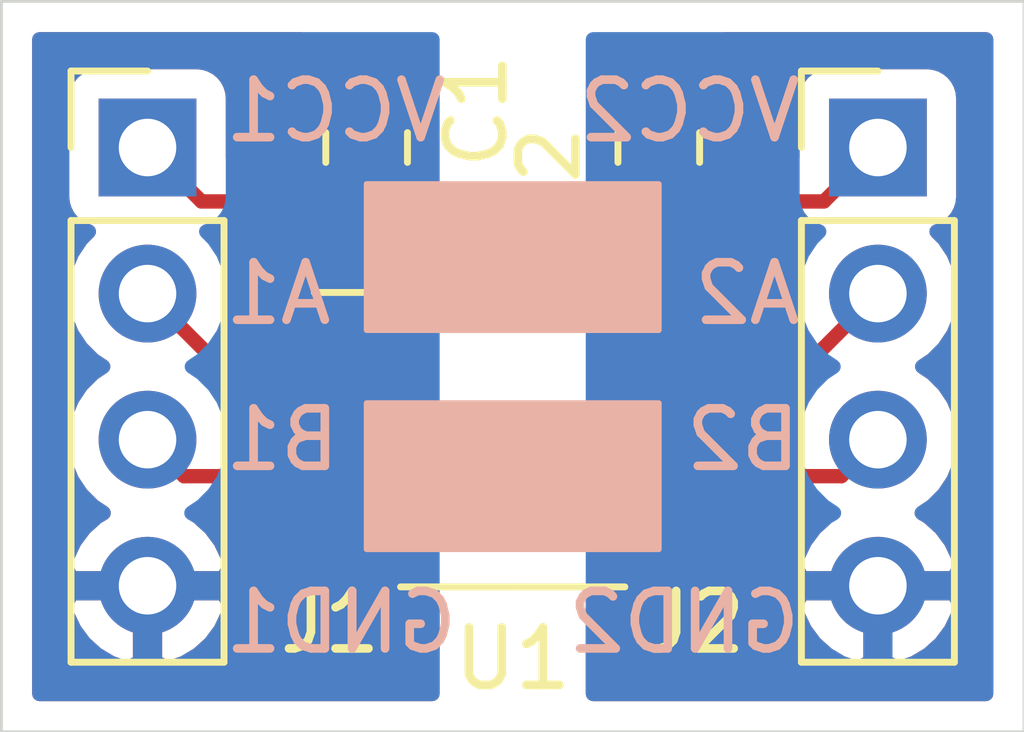
<source format=kicad_pcb>
(kicad_pcb (version 20171130) (host pcbnew 5.1.6-1.fc32)

  (general
    (thickness 1.6)
    (drawings 14)
    (tracks 24)
    (zones 0)
    (modules 5)
    (nets 9)
  )

  (page A4)
  (layers
    (0 F.Cu signal)
    (31 B.Cu signal)
    (32 B.Adhes user)
    (33 F.Adhes user)
    (34 B.Paste user)
    (35 F.Paste user)
    (36 B.SilkS user)
    (37 F.SilkS user)
    (38 B.Mask user)
    (39 F.Mask user)
    (40 Dwgs.User user)
    (41 Cmts.User user)
    (42 Eco1.User user)
    (43 Eco2.User user)
    (44 Edge.Cuts user)
    (45 Margin user)
    (46 B.CrtYd user)
    (47 F.CrtYd user)
    (48 B.Fab user)
    (49 F.Fab user hide)
  )

  (setup
    (last_trace_width 0.25)
    (trace_clearance 0.2)
    (zone_clearance 0.508)
    (zone_45_only no)
    (trace_min 0.2)
    (via_size 0.8)
    (via_drill 0.4)
    (via_min_size 0.4)
    (via_min_drill 0.3)
    (uvia_size 0.3)
    (uvia_drill 0.1)
    (uvias_allowed no)
    (uvia_min_size 0.2)
    (uvia_min_drill 0.1)
    (edge_width 0.05)
    (segment_width 0.2)
    (pcb_text_width 0.3)
    (pcb_text_size 1.5 1.5)
    (mod_edge_width 0.12)
    (mod_text_size 1 1)
    (mod_text_width 0.15)
    (pad_size 1.524 1.524)
    (pad_drill 0.762)
    (pad_to_mask_clearance 0.05)
    (aux_axis_origin 0 0)
    (visible_elements FFFFFF7F)
    (pcbplotparams
      (layerselection 0x010f0_ffffffff)
      (usegerberextensions false)
      (usegerberattributes true)
      (usegerberadvancedattributes true)
      (creategerberjobfile true)
      (excludeedgelayer true)
      (linewidth 0.100000)
      (plotframeref false)
      (viasonmask true)
      (mode 1)
      (useauxorigin false)
      (hpglpennumber 1)
      (hpglpenspeed 20)
      (hpglpendiameter 15.000000)
      (psnegative false)
      (psa4output false)
      (plotreference true)
      (plotvalue false)
      (plotinvisibletext false)
      (padsonsilk false)
      (subtractmaskfromsilk false)
      (outputformat 1)
      (mirror false)
      (drillshape 0)
      (scaleselection 1)
      (outputdirectory "../serial-isolator-grb/"))
  )

  (net 0 "")
  (net 1 GND1)
  (net 2 GND2)
  (net 3 "Net-(J1-Pad2)")
  (net 4 "Net-(J1-Pad3)")
  (net 5 "Net-(J2-Pad3)")
  (net 6 "Net-(J2-Pad2)")
  (net 7 VCC)
  (net 8 VSS)

  (net_class Default "This is the default net class."
    (clearance 0.2)
    (trace_width 0.25)
    (via_dia 0.8)
    (via_drill 0.4)
    (uvia_dia 0.3)
    (uvia_drill 0.1)
    (add_net GND1)
    (add_net GND2)
    (add_net "Net-(J1-Pad2)")
    (add_net "Net-(J1-Pad3)")
    (add_net "Net-(J2-Pad2)")
    (add_net "Net-(J2-Pad3)")
    (add_net VCC)
    (add_net VSS)
  )

  (module Connector_PinHeader_2.54mm:PinHeader_1x04_P2.54mm_Vertical (layer F.Cu) (tedit 59FED5CC) (tstamp 5F5C2504)
    (at 52.07 54.61)
    (descr "Through hole straight pin header, 1x04, 2.54mm pitch, single row")
    (tags "Through hole pin header THT 1x04 2.54mm single row")
    (path /5F5C69D9)
    (fp_text reference J2 (at -3.175 8.255) (layer F.SilkS)
      (effects (font (size 1 1) (thickness 0.15)))
    )
    (fp_text value Conn_01x04_Male (at 0 9.95) (layer F.Fab)
      (effects (font (size 1 1) (thickness 0.15)))
    )
    (fp_line (start 1.8 -1.8) (end -1.8 -1.8) (layer F.CrtYd) (width 0.05))
    (fp_line (start 1.8 9.4) (end 1.8 -1.8) (layer F.CrtYd) (width 0.05))
    (fp_line (start -1.8 9.4) (end 1.8 9.4) (layer F.CrtYd) (width 0.05))
    (fp_line (start -1.8 -1.8) (end -1.8 9.4) (layer F.CrtYd) (width 0.05))
    (fp_line (start -1.33 -1.33) (end 0 -1.33) (layer F.SilkS) (width 0.12))
    (fp_line (start -1.33 0) (end -1.33 -1.33) (layer F.SilkS) (width 0.12))
    (fp_line (start -1.33 1.27) (end 1.33 1.27) (layer F.SilkS) (width 0.12))
    (fp_line (start 1.33 1.27) (end 1.33 8.95) (layer F.SilkS) (width 0.12))
    (fp_line (start -1.33 1.27) (end -1.33 8.95) (layer F.SilkS) (width 0.12))
    (fp_line (start -1.33 8.95) (end 1.33 8.95) (layer F.SilkS) (width 0.12))
    (fp_line (start -1.27 -0.635) (end -0.635 -1.27) (layer F.Fab) (width 0.1))
    (fp_line (start -1.27 8.89) (end -1.27 -0.635) (layer F.Fab) (width 0.1))
    (fp_line (start 1.27 8.89) (end -1.27 8.89) (layer F.Fab) (width 0.1))
    (fp_line (start 1.27 -1.27) (end 1.27 8.89) (layer F.Fab) (width 0.1))
    (fp_line (start -0.635 -1.27) (end 1.27 -1.27) (layer F.Fab) (width 0.1))
    (fp_text user %R (at 0 3.81 90) (layer F.Fab)
      (effects (font (size 1 1) (thickness 0.15)))
    )
    (pad 4 thru_hole oval (at 0 7.62) (size 1.7 1.7) (drill 1) (layers *.Cu *.Mask)
      (net 2 GND2))
    (pad 3 thru_hole oval (at 0 5.08) (size 1.7 1.7) (drill 1) (layers *.Cu *.Mask)
      (net 5 "Net-(J2-Pad3)"))
    (pad 2 thru_hole oval (at 0 2.54) (size 1.7 1.7) (drill 1) (layers *.Cu *.Mask)
      (net 6 "Net-(J2-Pad2)"))
    (pad 1 thru_hole rect (at 0 0) (size 1.7 1.7) (drill 1) (layers *.Cu *.Mask)
      (net 8 VSS))
    (model ${KISYS3DMOD}/Connector_PinHeader_2.54mm.3dshapes/PinHeader_1x04_P2.54mm_Vertical.wrl
      (at (xyz 0 0 0))
      (scale (xyz 1 1 1))
      (rotate (xyz 0 0 0))
    )
  )

  (module Connector_PinHeader_2.54mm:PinHeader_1x04_P2.54mm_Vertical (layer F.Cu) (tedit 59FED5CC) (tstamp 5F5BC7AB)
    (at 39.37 54.61)
    (descr "Through hole straight pin header, 1x04, 2.54mm pitch, single row")
    (tags "Through hole pin header THT 1x04 2.54mm single row")
    (path /5F5C5989)
    (fp_text reference J1 (at 3.175 8.255) (layer F.SilkS)
      (effects (font (size 1 1) (thickness 0.15)))
    )
    (fp_text value Conn_01x04_Male (at 0 9.95) (layer F.Fab)
      (effects (font (size 1 1) (thickness 0.15)))
    )
    (fp_line (start 1.8 -1.8) (end -1.8 -1.8) (layer F.CrtYd) (width 0.05))
    (fp_line (start 1.8 9.4) (end 1.8 -1.8) (layer F.CrtYd) (width 0.05))
    (fp_line (start -1.8 9.4) (end 1.8 9.4) (layer F.CrtYd) (width 0.05))
    (fp_line (start -1.8 -1.8) (end -1.8 9.4) (layer F.CrtYd) (width 0.05))
    (fp_line (start -1.33 -1.33) (end 0 -1.33) (layer F.SilkS) (width 0.12))
    (fp_line (start -1.33 0) (end -1.33 -1.33) (layer F.SilkS) (width 0.12))
    (fp_line (start -1.33 1.27) (end 1.33 1.27) (layer F.SilkS) (width 0.12))
    (fp_line (start 1.33 1.27) (end 1.33 8.95) (layer F.SilkS) (width 0.12))
    (fp_line (start -1.33 1.27) (end -1.33 8.95) (layer F.SilkS) (width 0.12))
    (fp_line (start -1.33 8.95) (end 1.33 8.95) (layer F.SilkS) (width 0.12))
    (fp_line (start -1.27 -0.635) (end -0.635 -1.27) (layer F.Fab) (width 0.1))
    (fp_line (start -1.27 8.89) (end -1.27 -0.635) (layer F.Fab) (width 0.1))
    (fp_line (start 1.27 8.89) (end -1.27 8.89) (layer F.Fab) (width 0.1))
    (fp_line (start 1.27 -1.27) (end 1.27 8.89) (layer F.Fab) (width 0.1))
    (fp_line (start -0.635 -1.27) (end 1.27 -1.27) (layer F.Fab) (width 0.1))
    (fp_text user %R (at 0 3.81 90) (layer F.Fab)
      (effects (font (size 1 1) (thickness 0.15)))
    )
    (pad 4 thru_hole oval (at 0 7.62) (size 1.7 1.7) (drill 1) (layers *.Cu *.Mask)
      (net 1 GND1))
    (pad 3 thru_hole oval (at 0 5.08) (size 1.7 1.7) (drill 1) (layers *.Cu *.Mask)
      (net 4 "Net-(J1-Pad3)"))
    (pad 2 thru_hole oval (at 0 2.54) (size 1.7 1.7) (drill 1) (layers *.Cu *.Mask)
      (net 3 "Net-(J1-Pad2)"))
    (pad 1 thru_hole rect (at 0 0) (size 1.7 1.7) (drill 1) (layers *.Cu *.Mask)
      (net 7 VCC))
    (model ${KISYS3DMOD}/Connector_PinHeader_2.54mm.3dshapes/PinHeader_1x04_P2.54mm_Vertical.wrl
      (at (xyz 0 0 0))
      (scale (xyz 1 1 1))
      (rotate (xyz 0 0 0))
    )
  )

  (module Capacitor_SMD:C_0805_2012Metric (layer F.Cu) (tedit 5B36C52B) (tstamp 5F5CDABE)
    (at 43.18 54.61 270)
    (descr "Capacitor SMD 0805 (2012 Metric), square (rectangular) end terminal, IPC_7351 nominal, (Body size source: https://docs.google.com/spreadsheets/d/1BsfQQcO9C6DZCsRaXUlFlo91Tg2WpOkGARC1WS5S8t0/edit?usp=sharing), generated with kicad-footprint-generator")
    (tags capacitor)
    (path /5F5CA4E8)
    (attr smd)
    (fp_text reference C1 (at -0.635 -1.905 90) (layer F.SilkS)
      (effects (font (size 1 1) (thickness 0.15)))
    )
    (fp_text value 1u (at 0 1.65 90) (layer F.Fab)
      (effects (font (size 1 1) (thickness 0.15)))
    )
    (fp_line (start 1.68 0.95) (end -1.68 0.95) (layer F.CrtYd) (width 0.05))
    (fp_line (start 1.68 -0.95) (end 1.68 0.95) (layer F.CrtYd) (width 0.05))
    (fp_line (start -1.68 -0.95) (end 1.68 -0.95) (layer F.CrtYd) (width 0.05))
    (fp_line (start -1.68 0.95) (end -1.68 -0.95) (layer F.CrtYd) (width 0.05))
    (fp_line (start -0.258578 0.71) (end 0.258578 0.71) (layer F.SilkS) (width 0.12))
    (fp_line (start -0.258578 -0.71) (end 0.258578 -0.71) (layer F.SilkS) (width 0.12))
    (fp_line (start 1 0.6) (end -1 0.6) (layer F.Fab) (width 0.1))
    (fp_line (start 1 -0.6) (end 1 0.6) (layer F.Fab) (width 0.1))
    (fp_line (start -1 -0.6) (end 1 -0.6) (layer F.Fab) (width 0.1))
    (fp_line (start -1 0.6) (end -1 -0.6) (layer F.Fab) (width 0.1))
    (fp_text user %R (at 0 0 90) (layer F.Fab)
      (effects (font (size 0.5 0.5) (thickness 0.08)))
    )
    (pad 1 smd roundrect (at -0.9375 0 270) (size 0.975 1.4) (layers F.Cu F.Paste F.Mask) (roundrect_rratio 0.25)
      (net 1 GND1))
    (pad 2 smd roundrect (at 0.9375 0 270) (size 0.975 1.4) (layers F.Cu F.Paste F.Mask) (roundrect_rratio 0.25)
      (net 7 VCC))
    (model ${KISYS3DMOD}/Capacitor_SMD.3dshapes/C_0805_2012Metric.wrl
      (at (xyz 0 0 0))
      (scale (xyz 1 1 1))
      (rotate (xyz 0 0 0))
    )
  )

  (module Capacitor_SMD:C_0805_2012Metric (layer F.Cu) (tedit 5B36C52B) (tstamp 5F5CD55F)
    (at 48.26 54.61 270)
    (descr "Capacitor SMD 0805 (2012 Metric), square (rectangular) end terminal, IPC_7351 nominal, (Body size source: https://docs.google.com/spreadsheets/d/1BsfQQcO9C6DZCsRaXUlFlo91Tg2WpOkGARC1WS5S8t0/edit?usp=sharing), generated with kicad-footprint-generator")
    (tags capacitor)
    (path /5F5CAAF1)
    (attr smd)
    (fp_text reference C2 (at 0.635 1.905 90) (layer F.SilkS)
      (effects (font (size 1 1) (thickness 0.15)))
    )
    (fp_text value 1u (at 0 1.65 90) (layer F.Fab)
      (effects (font (size 1 1) (thickness 0.15)))
    )
    (fp_line (start -1 0.6) (end -1 -0.6) (layer F.Fab) (width 0.1))
    (fp_line (start -1 -0.6) (end 1 -0.6) (layer F.Fab) (width 0.1))
    (fp_line (start 1 -0.6) (end 1 0.6) (layer F.Fab) (width 0.1))
    (fp_line (start 1 0.6) (end -1 0.6) (layer F.Fab) (width 0.1))
    (fp_line (start -0.258578 -0.71) (end 0.258578 -0.71) (layer F.SilkS) (width 0.12))
    (fp_line (start -0.258578 0.71) (end 0.258578 0.71) (layer F.SilkS) (width 0.12))
    (fp_line (start -1.68 0.95) (end -1.68 -0.95) (layer F.CrtYd) (width 0.05))
    (fp_line (start -1.68 -0.95) (end 1.68 -0.95) (layer F.CrtYd) (width 0.05))
    (fp_line (start 1.68 -0.95) (end 1.68 0.95) (layer F.CrtYd) (width 0.05))
    (fp_line (start 1.68 0.95) (end -1.68 0.95) (layer F.CrtYd) (width 0.05))
    (fp_text user %R (at 0 0 90) (layer F.Fab)
      (effects (font (size 0.5 0.5) (thickness 0.08)))
    )
    (pad 2 smd roundrect (at 0.9375 0 270) (size 0.975 1.4) (layers F.Cu F.Paste F.Mask) (roundrect_rratio 0.25)
      (net 8 VSS))
    (pad 1 smd roundrect (at -0.9375 0 270) (size 0.975 1.4) (layers F.Cu F.Paste F.Mask) (roundrect_rratio 0.25)
      (net 2 GND2))
    (model ${KISYS3DMOD}/Capacitor_SMD.3dshapes/C_0805_2012Metric.wrl
      (at (xyz 0 0 0))
      (scale (xyz 1 1 1))
      (rotate (xyz 0 0 0))
    )
  )

  (module Package_SO:SOIC-8_3.9x4.9mm_P1.27mm (layer F.Cu) (tedit 5D9F72B1) (tstamp 5F5CD61D)
    (at 45.72 59.69)
    (descr "SOIC, 8 Pin (JEDEC MS-012AA, https://www.analog.com/media/en/package-pcb-resources/package/pkg_pdf/soic_narrow-r/r_8.pdf), generated with kicad-footprint-generator ipc_gullwing_generator.py")
    (tags "SOIC SO")
    (path /5F5C0A6B)
    (attr smd)
    (fp_text reference U1 (at 0 3.81) (layer F.SilkS)
      (effects (font (size 1 1) (thickness 0.15)))
    )
    (fp_text value MAX12930 (at 0 3.4) (layer F.Fab)
      (effects (font (size 1 1) (thickness 0.15)))
    )
    (fp_line (start 3.7 -2.7) (end -3.7 -2.7) (layer F.CrtYd) (width 0.05))
    (fp_line (start 3.7 2.7) (end 3.7 -2.7) (layer F.CrtYd) (width 0.05))
    (fp_line (start -3.7 2.7) (end 3.7 2.7) (layer F.CrtYd) (width 0.05))
    (fp_line (start -3.7 -2.7) (end -3.7 2.7) (layer F.CrtYd) (width 0.05))
    (fp_line (start -1.95 -1.475) (end -0.975 -2.45) (layer F.Fab) (width 0.1))
    (fp_line (start -1.95 2.45) (end -1.95 -1.475) (layer F.Fab) (width 0.1))
    (fp_line (start 1.95 2.45) (end -1.95 2.45) (layer F.Fab) (width 0.1))
    (fp_line (start 1.95 -2.45) (end 1.95 2.45) (layer F.Fab) (width 0.1))
    (fp_line (start -0.975 -2.45) (end 1.95 -2.45) (layer F.Fab) (width 0.1))
    (fp_line (start 0 -2.56) (end -3.45 -2.56) (layer F.SilkS) (width 0.12))
    (fp_line (start 0 -2.56) (end 1.95 -2.56) (layer F.SilkS) (width 0.12))
    (fp_line (start 0 2.56) (end -1.95 2.56) (layer F.SilkS) (width 0.12))
    (fp_line (start 0 2.56) (end 1.95 2.56) (layer F.SilkS) (width 0.12))
    (fp_text user %R (at 0 0) (layer F.Fab)
      (effects (font (size 0.98 0.98) (thickness 0.15)))
    )
    (pad 1 smd roundrect (at -2.475 -1.905) (size 1.95 0.6) (layers F.Cu F.Paste F.Mask) (roundrect_rratio 0.25)
      (net 7 VCC))
    (pad 2 smd roundrect (at -2.475 -0.635) (size 1.95 0.6) (layers F.Cu F.Paste F.Mask) (roundrect_rratio 0.25)
      (net 3 "Net-(J1-Pad2)"))
    (pad 3 smd roundrect (at -2.475 0.635) (size 1.95 0.6) (layers F.Cu F.Paste F.Mask) (roundrect_rratio 0.25)
      (net 4 "Net-(J1-Pad3)"))
    (pad 4 smd roundrect (at -2.475 1.905) (size 1.95 0.6) (layers F.Cu F.Paste F.Mask) (roundrect_rratio 0.25)
      (net 1 GND1))
    (pad 5 smd roundrect (at 2.475 1.905) (size 1.95 0.6) (layers F.Cu F.Paste F.Mask) (roundrect_rratio 0.25)
      (net 2 GND2))
    (pad 6 smd roundrect (at 2.475 0.635) (size 1.95 0.6) (layers F.Cu F.Paste F.Mask) (roundrect_rratio 0.25)
      (net 5 "Net-(J2-Pad3)"))
    (pad 7 smd roundrect (at 2.475 -0.635) (size 1.95 0.6) (layers F.Cu F.Paste F.Mask) (roundrect_rratio 0.25)
      (net 6 "Net-(J2-Pad2)"))
    (pad 8 smd roundrect (at 2.475 -1.905) (size 1.95 0.6) (layers F.Cu F.Paste F.Mask) (roundrect_rratio 0.25)
      (net 8 VSS))
    (model ${KISYS3DMOD}/Package_SO.3dshapes/SOIC-8_3.9x4.9mm_P1.27mm.wrl
      (at (xyz 0 0 0))
      (scale (xyz 1 1 1))
      (rotate (xyz 0 0 0))
    )
  )

  (gr_poly (pts (xy 48.26 61.595) (xy 43.18 61.595) (xy 43.18 59.055) (xy 48.26 59.055)) (layer B.SilkS) (width 0.1) (tstamp 5F5CDB5A))
  (gr_poly (pts (xy 48.26 57.785) (xy 43.18 57.785) (xy 43.18 55.245) (xy 48.26 55.245)) (layer B.SilkS) (width 0.1) (tstamp 5F5CDB72))
  (gr_text GND2 (at 50.8 62.865) (layer B.SilkS)
    (effects (font (size 1 1) (thickness 0.15)) (justify left mirror))
  )
  (gr_text B2 (at 50.8 59.69) (layer B.SilkS)
    (effects (font (size 1 1) (thickness 0.15)) (justify left mirror))
  )
  (gr_text A2 (at 50.8 57.15) (layer B.SilkS)
    (effects (font (size 1 1) (thickness 0.15)) (justify left mirror))
  )
  (gr_text VCC2 (at 50.8 53.975) (layer B.SilkS) (tstamp 5F5CDB69)
    (effects (font (size 1 1) (thickness 0.15)) (justify left mirror))
  )
  (gr_text GND1 (at 40.64 62.865) (layer B.SilkS)
    (effects (font (size 1 1) (thickness 0.15)) (justify right mirror))
  )
  (gr_text B1 (at 40.64 59.69) (layer B.SilkS)
    (effects (font (size 1 1) (thickness 0.15)) (justify right mirror))
  )
  (gr_text A1 (at 40.64 57.15) (layer B.SilkS)
    (effects (font (size 1 1) (thickness 0.15)) (justify right mirror))
  )
  (gr_text VCC1 (at 40.64 53.975) (layer B.SilkS)
    (effects (font (size 1 1) (thickness 0.15)) (justify right mirror))
  )
  (gr_line (start 36.83 64.77) (end 36.83 52.07) (layer Edge.Cuts) (width 0.05) (tstamp 5F5CCE7E))
  (gr_line (start 54.61 52.07) (end 54.61 64.77) (layer Edge.Cuts) (width 0.05) (tstamp 5F5CCE7D))
  (gr_line (start 54.61 52.07) (end 36.83 52.07) (layer Edge.Cuts) (width 0.05))
  (gr_line (start 54.61 64.77) (end 36.83 64.77) (layer Edge.Cuts) (width 0.05) (tstamp 5F5CCE1F))

  (segment (start 39.375 57.145) (end 39.37 57.15) (width 0.25) (layer F.Cu) (net 3))
  (segment (start 41.275 59.055) (end 39.37 57.15) (width 0.25) (layer F.Cu) (net 3))
  (segment (start 43.245 59.055) (end 41.275 59.055) (width 0.25) (layer F.Cu) (net 3))
  (segment (start 40.005 60.325) (end 39.37 59.69) (width 0.25) (layer F.Cu) (net 4))
  (segment (start 43.245 60.325) (end 40.005 60.325) (width 0.25) (layer F.Cu) (net 4))
  (segment (start 51.435 60.325) (end 52.07 59.69) (width 0.25) (layer F.Cu) (net 5))
  (segment (start 48.195 60.325) (end 51.435 60.325) (width 0.25) (layer F.Cu) (net 5))
  (segment (start 52.065 57.145) (end 52.07 57.15) (width 0.25) (layer F.Cu) (net 6))
  (segment (start 50.165 59.055) (end 52.07 57.15) (width 0.25) (layer F.Cu) (net 6))
  (segment (start 48.195 59.055) (end 50.165 59.055) (width 0.25) (layer F.Cu) (net 6))
  (segment (start 39.375 54.605) (end 39.37 54.61) (width 0.25) (layer F.Cu) (net 7))
  (segment (start 43.24 57.785) (end 43.245 57.78) (width 0.25) (layer F.Cu) (net 7))
  (segment (start 43.245 55.6125) (end 43.18 55.5475) (width 0.25) (layer F.Cu) (net 7))
  (segment (start 43.245 57.785) (end 43.245 55.6125) (width 0.25) (layer F.Cu) (net 7))
  (segment (start 42.8775 55.245) (end 43.18 55.5475) (width 0.25) (layer F.Cu) (net 7))
  (segment (start 43.245 57.785) (end 43.18 57.785) (width 0.25) (layer F.Cu) (net 7))
  (segment (start 40.3075 55.5475) (end 39.37 54.61) (width 0.25) (layer F.Cu) (net 7))
  (segment (start 43.18 55.5475) (end 40.3075 55.5475) (width 0.25) (layer F.Cu) (net 7))
  (segment (start 52.065 54.605) (end 52.07 54.61) (width 0.25) (layer F.Cu) (net 8))
  (segment (start 48.26 57.72) (end 48.195 57.785) (width 0.25) (layer F.Cu) (net 8))
  (segment (start 48.26 55.5475) (end 48.26 57.72) (width 0.25) (layer F.Cu) (net 8))
  (segment (start 48.5625 55.245) (end 48.26 55.5475) (width 0.25) (layer F.Cu) (net 8))
  (segment (start 51.1325 55.5475) (end 52.07 54.61) (width 0.25) (layer F.Cu) (net 8))
  (segment (start 48.26 55.5475) (end 51.1325 55.5475) (width 0.25) (layer F.Cu) (net 8))

  (zone (net 0) (net_name "") (layers F&B.Cu) (tstamp 0) (hatch edge 0.508)
    (connect_pads (clearance 0.508))
    (min_thickness 0.254)
    (keepout (tracks allowed) (vias not_allowed) (copperpour not_allowed))
    (fill (arc_segments 32) (thermal_gap 0.508) (thermal_bridge_width 0.508))
    (polygon
      (pts
        (xy 46.99 64.77) (xy 44.45 64.77) (xy 44.45 52.07) (xy 46.99 52.07)
      )
    )
  )
  (zone (net 2) (net_name GND2) (layer F.Cu) (tstamp 5F5CDBE1) (hatch edge 0.508)
    (connect_pads (clearance 0.508))
    (min_thickness 0.254)
    (fill yes (arc_segments 32) (thermal_gap 0.508) (thermal_bridge_width 0.508))
    (polygon
      (pts
        (xy 54.61 64.77) (xy 46.99 64.77) (xy 46.99 52.07) (xy 54.61 52.07)
      )
    )
    (filled_polygon
      (pts
        (xy 53.950001 64.11) (xy 47.117 64.11) (xy 47.117 62.58689) (xy 50.628524 62.58689) (xy 50.673175 62.734099)
        (xy 50.798359 62.99692) (xy 50.972412 63.230269) (xy 51.188645 63.425178) (xy 51.438748 63.574157) (xy 51.713109 63.671481)
        (xy 51.943 63.550814) (xy 51.943 62.357) (xy 52.197 62.357) (xy 52.197 63.550814) (xy 52.426891 63.671481)
        (xy 52.701252 63.574157) (xy 52.951355 63.425178) (xy 53.167588 63.230269) (xy 53.341641 62.99692) (xy 53.466825 62.734099)
        (xy 53.511476 62.58689) (xy 53.390155 62.357) (xy 52.197 62.357) (xy 51.943 62.357) (xy 50.749845 62.357)
        (xy 50.628524 62.58689) (xy 47.117 62.58689) (xy 47.117 62.522928) (xy 47.22 62.533072) (xy 47.90925 62.53)
        (xy 48.068 62.37125) (xy 48.068 61.722) (xy 48.322 61.722) (xy 48.322 62.37125) (xy 48.48075 62.53)
        (xy 49.17 62.533072) (xy 49.294482 62.520812) (xy 49.41418 62.484502) (xy 49.524494 62.425537) (xy 49.621185 62.346185)
        (xy 49.700537 62.249494) (xy 49.759502 62.13918) (xy 49.795812 62.019482) (xy 49.808072 61.895) (xy 49.805 61.88075)
        (xy 49.64625 61.722) (xy 48.322 61.722) (xy 48.068 61.722) (xy 48.048 61.722) (xy 48.048 61.468)
        (xy 48.068 61.468) (xy 48.068 61.448) (xy 48.322 61.448) (xy 48.322 61.468) (xy 49.64625 61.468)
        (xy 49.805 61.30925) (xy 49.808072 61.295) (xy 49.795812 61.170518) (xy 49.76987 61.085) (xy 51.132977 61.085)
        (xy 50.972412 61.229731) (xy 50.798359 61.46308) (xy 50.673175 61.725901) (xy 50.628524 61.87311) (xy 50.749845 62.103)
        (xy 51.943 62.103) (xy 51.943 62.083) (xy 52.197 62.083) (xy 52.197 62.103) (xy 53.390155 62.103)
        (xy 53.511476 61.87311) (xy 53.466825 61.725901) (xy 53.341641 61.46308) (xy 53.167588 61.229731) (xy 52.951355 61.034822)
        (xy 52.834466 60.965195) (xy 53.016632 60.843475) (xy 53.223475 60.636632) (xy 53.38599 60.393411) (xy 53.497932 60.123158)
        (xy 53.555 59.83626) (xy 53.555 59.54374) (xy 53.497932 59.256842) (xy 53.38599 58.986589) (xy 53.223475 58.743368)
        (xy 53.016632 58.536525) (xy 52.84224 58.42) (xy 53.016632 58.303475) (xy 53.223475 58.096632) (xy 53.38599 57.853411)
        (xy 53.497932 57.583158) (xy 53.555 57.29626) (xy 53.555 57.00374) (xy 53.497932 56.716842) (xy 53.38599 56.446589)
        (xy 53.223475 56.203368) (xy 53.09162 56.071513) (xy 53.16418 56.049502) (xy 53.274494 55.990537) (xy 53.371185 55.911185)
        (xy 53.450537 55.814494) (xy 53.509502 55.70418) (xy 53.545812 55.584482) (xy 53.558072 55.46) (xy 53.558072 53.76)
        (xy 53.545812 53.635518) (xy 53.509502 53.51582) (xy 53.450537 53.405506) (xy 53.371185 53.308815) (xy 53.274494 53.229463)
        (xy 53.16418 53.170498) (xy 53.044482 53.134188) (xy 52.92 53.121928) (xy 51.22 53.121928) (xy 51.095518 53.134188)
        (xy 50.97582 53.170498) (xy 50.865506 53.229463) (xy 50.768815 53.308815) (xy 50.689463 53.405506) (xy 50.630498 53.51582)
        (xy 50.594188 53.635518) (xy 50.581928 53.76) (xy 50.581928 54.7875) (xy 49.427845 54.7875) (xy 49.339792 54.680208)
        (xy 49.333436 54.674992) (xy 49.411185 54.611185) (xy 49.490537 54.514494) (xy 49.549502 54.40418) (xy 49.585812 54.284482)
        (xy 49.598072 54.16) (xy 49.595 53.95825) (xy 49.43625 53.7995) (xy 48.387 53.7995) (xy 48.387 53.8195)
        (xy 48.133 53.8195) (xy 48.133 53.7995) (xy 48.113 53.7995) (xy 48.113 53.5455) (xy 48.133 53.5455)
        (xy 48.133 53.5255) (xy 48.387 53.5255) (xy 48.387 53.5455) (xy 49.43625 53.5455) (xy 49.595 53.38675)
        (xy 49.598072 53.185) (xy 49.585812 53.060518) (xy 49.549502 52.94082) (xy 49.490537 52.830506) (xy 49.411185 52.733815)
        (xy 49.406536 52.73) (xy 53.95 52.73)
      )
    )
  )
  (zone (net 1) (net_name GND1) (layer F.Cu) (tstamp 5F5CDBDE) (hatch edge 0.508)
    (connect_pads (clearance 0.508))
    (min_thickness 0.254)
    (fill yes (arc_segments 32) (thermal_gap 0.508) (thermal_bridge_width 0.508))
    (polygon
      (pts
        (xy 44.45 64.77) (xy 36.83 64.77) (xy 36.83 52.07) (xy 44.45 52.07)
      )
    )
    (filled_polygon
      (pts
        (xy 42.028815 52.733815) (xy 41.949463 52.830506) (xy 41.890498 52.94082) (xy 41.854188 53.060518) (xy 41.841928 53.185)
        (xy 41.845 53.38675) (xy 42.00375 53.5455) (xy 43.053 53.5455) (xy 43.053 53.5255) (xy 43.307 53.5255)
        (xy 43.307 53.5455) (xy 43.327 53.5455) (xy 43.327 53.7995) (xy 43.307 53.7995) (xy 43.307 53.8195)
        (xy 43.053 53.8195) (xy 43.053 53.7995) (xy 42.00375 53.7995) (xy 41.845 53.95825) (xy 41.841928 54.16)
        (xy 41.854188 54.284482) (xy 41.890498 54.40418) (xy 41.949463 54.514494) (xy 42.028815 54.611185) (xy 42.106564 54.674992)
        (xy 42.100208 54.680208) (xy 42.012155 54.7875) (xy 40.858072 54.7875) (xy 40.858072 53.76) (xy 40.845812 53.635518)
        (xy 40.809502 53.51582) (xy 40.750537 53.405506) (xy 40.671185 53.308815) (xy 40.574494 53.229463) (xy 40.46418 53.170498)
        (xy 40.344482 53.134188) (xy 40.22 53.121928) (xy 38.52 53.121928) (xy 38.395518 53.134188) (xy 38.27582 53.170498)
        (xy 38.165506 53.229463) (xy 38.068815 53.308815) (xy 37.989463 53.405506) (xy 37.930498 53.51582) (xy 37.894188 53.635518)
        (xy 37.881928 53.76) (xy 37.881928 55.46) (xy 37.894188 55.584482) (xy 37.930498 55.70418) (xy 37.989463 55.814494)
        (xy 38.068815 55.911185) (xy 38.165506 55.990537) (xy 38.27582 56.049502) (xy 38.34838 56.071513) (xy 38.216525 56.203368)
        (xy 38.05401 56.446589) (xy 37.942068 56.716842) (xy 37.885 57.00374) (xy 37.885 57.29626) (xy 37.942068 57.583158)
        (xy 38.05401 57.853411) (xy 38.216525 58.096632) (xy 38.423368 58.303475) (xy 38.59776 58.42) (xy 38.423368 58.536525)
        (xy 38.216525 58.743368) (xy 38.05401 58.986589) (xy 37.942068 59.256842) (xy 37.885 59.54374) (xy 37.885 59.83626)
        (xy 37.942068 60.123158) (xy 38.05401 60.393411) (xy 38.216525 60.636632) (xy 38.423368 60.843475) (xy 38.605534 60.965195)
        (xy 38.488645 61.034822) (xy 38.272412 61.229731) (xy 38.098359 61.46308) (xy 37.973175 61.725901) (xy 37.928524 61.87311)
        (xy 38.049845 62.103) (xy 39.243 62.103) (xy 39.243 62.083) (xy 39.497 62.083) (xy 39.497 62.103)
        (xy 40.690155 62.103) (xy 40.799923 61.895) (xy 41.631928 61.895) (xy 41.644188 62.019482) (xy 41.680498 62.13918)
        (xy 41.739463 62.249494) (xy 41.818815 62.346185) (xy 41.915506 62.425537) (xy 42.02582 62.484502) (xy 42.145518 62.520812)
        (xy 42.27 62.533072) (xy 42.95925 62.53) (xy 43.118 62.37125) (xy 43.118 61.722) (xy 41.79375 61.722)
        (xy 41.635 61.88075) (xy 41.631928 61.895) (xy 40.799923 61.895) (xy 40.811476 61.87311) (xy 40.766825 61.725901)
        (xy 40.641641 61.46308) (xy 40.467588 61.229731) (xy 40.307023 61.085) (xy 41.67013 61.085) (xy 41.644188 61.170518)
        (xy 41.631928 61.295) (xy 41.635 61.30925) (xy 41.79375 61.468) (xy 43.118 61.468) (xy 43.118 61.448)
        (xy 43.372 61.448) (xy 43.372 61.468) (xy 43.392 61.468) (xy 43.392 61.722) (xy 43.372 61.722)
        (xy 43.372 62.37125) (xy 43.53075 62.53) (xy 44.22 62.533072) (xy 44.323 62.522928) (xy 44.323 64.11)
        (xy 37.49 64.11) (xy 37.49 62.58689) (xy 37.928524 62.58689) (xy 37.973175 62.734099) (xy 38.098359 62.99692)
        (xy 38.272412 63.230269) (xy 38.488645 63.425178) (xy 38.738748 63.574157) (xy 39.013109 63.671481) (xy 39.243 63.550814)
        (xy 39.243 62.357) (xy 39.497 62.357) (xy 39.497 63.550814) (xy 39.726891 63.671481) (xy 40.001252 63.574157)
        (xy 40.251355 63.425178) (xy 40.467588 63.230269) (xy 40.641641 62.99692) (xy 40.766825 62.734099) (xy 40.811476 62.58689)
        (xy 40.690155 62.357) (xy 39.497 62.357) (xy 39.243 62.357) (xy 38.049845 62.357) (xy 37.928524 62.58689)
        (xy 37.49 62.58689) (xy 37.49 52.73) (xy 42.033464 52.73)
      )
    )
  )
  (zone (net 1) (net_name GND1) (layer B.Cu) (tstamp 5F5CDBDB) (hatch edge 0.508)
    (connect_pads (clearance 0.508))
    (min_thickness 0.254)
    (fill yes (arc_segments 32) (thermal_gap 0.508) (thermal_bridge_width 0.508))
    (polygon
      (pts
        (xy 44.45 64.77) (xy 36.83 64.77) (xy 36.83 52.07) (xy 44.45 52.07)
      )
    )
    (filled_polygon
      (pts
        (xy 44.323 64.11) (xy 37.49 64.11) (xy 37.49 62.58689) (xy 37.928524 62.58689) (xy 37.973175 62.734099)
        (xy 38.098359 62.99692) (xy 38.272412 63.230269) (xy 38.488645 63.425178) (xy 38.738748 63.574157) (xy 39.013109 63.671481)
        (xy 39.243 63.550814) (xy 39.243 62.357) (xy 39.497 62.357) (xy 39.497 63.550814) (xy 39.726891 63.671481)
        (xy 40.001252 63.574157) (xy 40.251355 63.425178) (xy 40.467588 63.230269) (xy 40.641641 62.99692) (xy 40.766825 62.734099)
        (xy 40.811476 62.58689) (xy 40.690155 62.357) (xy 39.497 62.357) (xy 39.243 62.357) (xy 38.049845 62.357)
        (xy 37.928524 62.58689) (xy 37.49 62.58689) (xy 37.49 53.76) (xy 37.881928 53.76) (xy 37.881928 55.46)
        (xy 37.894188 55.584482) (xy 37.930498 55.70418) (xy 37.989463 55.814494) (xy 38.068815 55.911185) (xy 38.165506 55.990537)
        (xy 38.27582 56.049502) (xy 38.34838 56.071513) (xy 38.216525 56.203368) (xy 38.05401 56.446589) (xy 37.942068 56.716842)
        (xy 37.885 57.00374) (xy 37.885 57.29626) (xy 37.942068 57.583158) (xy 38.05401 57.853411) (xy 38.216525 58.096632)
        (xy 38.423368 58.303475) (xy 38.59776 58.42) (xy 38.423368 58.536525) (xy 38.216525 58.743368) (xy 38.05401 58.986589)
        (xy 37.942068 59.256842) (xy 37.885 59.54374) (xy 37.885 59.83626) (xy 37.942068 60.123158) (xy 38.05401 60.393411)
        (xy 38.216525 60.636632) (xy 38.423368 60.843475) (xy 38.605534 60.965195) (xy 38.488645 61.034822) (xy 38.272412 61.229731)
        (xy 38.098359 61.46308) (xy 37.973175 61.725901) (xy 37.928524 61.87311) (xy 38.049845 62.103) (xy 39.243 62.103)
        (xy 39.243 62.083) (xy 39.497 62.083) (xy 39.497 62.103) (xy 40.690155 62.103) (xy 40.811476 61.87311)
        (xy 40.766825 61.725901) (xy 40.641641 61.46308) (xy 40.467588 61.229731) (xy 40.251355 61.034822) (xy 40.134466 60.965195)
        (xy 40.316632 60.843475) (xy 40.523475 60.636632) (xy 40.68599 60.393411) (xy 40.797932 60.123158) (xy 40.855 59.83626)
        (xy 40.855 59.54374) (xy 40.797932 59.256842) (xy 40.68599 58.986589) (xy 40.523475 58.743368) (xy 40.316632 58.536525)
        (xy 40.14224 58.42) (xy 40.316632 58.303475) (xy 40.523475 58.096632) (xy 40.68599 57.853411) (xy 40.797932 57.583158)
        (xy 40.855 57.29626) (xy 40.855 57.00374) (xy 40.797932 56.716842) (xy 40.68599 56.446589) (xy 40.523475 56.203368)
        (xy 40.39162 56.071513) (xy 40.46418 56.049502) (xy 40.574494 55.990537) (xy 40.671185 55.911185) (xy 40.750537 55.814494)
        (xy 40.809502 55.70418) (xy 40.845812 55.584482) (xy 40.858072 55.46) (xy 40.858072 53.76) (xy 40.845812 53.635518)
        (xy 40.809502 53.51582) (xy 40.750537 53.405506) (xy 40.671185 53.308815) (xy 40.574494 53.229463) (xy 40.46418 53.170498)
        (xy 40.344482 53.134188) (xy 40.22 53.121928) (xy 38.52 53.121928) (xy 38.395518 53.134188) (xy 38.27582 53.170498)
        (xy 38.165506 53.229463) (xy 38.068815 53.308815) (xy 37.989463 53.405506) (xy 37.930498 53.51582) (xy 37.894188 53.635518)
        (xy 37.881928 53.76) (xy 37.49 53.76) (xy 37.49 52.73) (xy 44.323 52.73)
      )
    )
  )
  (zone (net 2) (net_name GND2) (layer B.Cu) (tstamp 5F5CDBD8) (hatch edge 0.508)
    (connect_pads (clearance 0.508))
    (min_thickness 0.254)
    (fill yes (arc_segments 32) (thermal_gap 0.508) (thermal_bridge_width 0.508))
    (polygon
      (pts
        (xy 54.61 64.77) (xy 46.99 64.77) (xy 46.99 52.07) (xy 54.61 52.07)
      )
    )
    (filled_polygon
      (pts
        (xy 53.950001 64.11) (xy 47.117 64.11) (xy 47.117 62.58689) (xy 50.628524 62.58689) (xy 50.673175 62.734099)
        (xy 50.798359 62.99692) (xy 50.972412 63.230269) (xy 51.188645 63.425178) (xy 51.438748 63.574157) (xy 51.713109 63.671481)
        (xy 51.943 63.550814) (xy 51.943 62.357) (xy 52.197 62.357) (xy 52.197 63.550814) (xy 52.426891 63.671481)
        (xy 52.701252 63.574157) (xy 52.951355 63.425178) (xy 53.167588 63.230269) (xy 53.341641 62.99692) (xy 53.466825 62.734099)
        (xy 53.511476 62.58689) (xy 53.390155 62.357) (xy 52.197 62.357) (xy 51.943 62.357) (xy 50.749845 62.357)
        (xy 50.628524 62.58689) (xy 47.117 62.58689) (xy 47.117 53.76) (xy 50.581928 53.76) (xy 50.581928 55.46)
        (xy 50.594188 55.584482) (xy 50.630498 55.70418) (xy 50.689463 55.814494) (xy 50.768815 55.911185) (xy 50.865506 55.990537)
        (xy 50.97582 56.049502) (xy 51.04838 56.071513) (xy 50.916525 56.203368) (xy 50.75401 56.446589) (xy 50.642068 56.716842)
        (xy 50.585 57.00374) (xy 50.585 57.29626) (xy 50.642068 57.583158) (xy 50.75401 57.853411) (xy 50.916525 58.096632)
        (xy 51.123368 58.303475) (xy 51.29776 58.42) (xy 51.123368 58.536525) (xy 50.916525 58.743368) (xy 50.75401 58.986589)
        (xy 50.642068 59.256842) (xy 50.585 59.54374) (xy 50.585 59.83626) (xy 50.642068 60.123158) (xy 50.75401 60.393411)
        (xy 50.916525 60.636632) (xy 51.123368 60.843475) (xy 51.305534 60.965195) (xy 51.188645 61.034822) (xy 50.972412 61.229731)
        (xy 50.798359 61.46308) (xy 50.673175 61.725901) (xy 50.628524 61.87311) (xy 50.749845 62.103) (xy 51.943 62.103)
        (xy 51.943 62.083) (xy 52.197 62.083) (xy 52.197 62.103) (xy 53.390155 62.103) (xy 53.511476 61.87311)
        (xy 53.466825 61.725901) (xy 53.341641 61.46308) (xy 53.167588 61.229731) (xy 52.951355 61.034822) (xy 52.834466 60.965195)
        (xy 53.016632 60.843475) (xy 53.223475 60.636632) (xy 53.38599 60.393411) (xy 53.497932 60.123158) (xy 53.555 59.83626)
        (xy 53.555 59.54374) (xy 53.497932 59.256842) (xy 53.38599 58.986589) (xy 53.223475 58.743368) (xy 53.016632 58.536525)
        (xy 52.84224 58.42) (xy 53.016632 58.303475) (xy 53.223475 58.096632) (xy 53.38599 57.853411) (xy 53.497932 57.583158)
        (xy 53.555 57.29626) (xy 53.555 57.00374) (xy 53.497932 56.716842) (xy 53.38599 56.446589) (xy 53.223475 56.203368)
        (xy 53.09162 56.071513) (xy 53.16418 56.049502) (xy 53.274494 55.990537) (xy 53.371185 55.911185) (xy 53.450537 55.814494)
        (xy 53.509502 55.70418) (xy 53.545812 55.584482) (xy 53.558072 55.46) (xy 53.558072 53.76) (xy 53.545812 53.635518)
        (xy 53.509502 53.51582) (xy 53.450537 53.405506) (xy 53.371185 53.308815) (xy 53.274494 53.229463) (xy 53.16418 53.170498)
        (xy 53.044482 53.134188) (xy 52.92 53.121928) (xy 51.22 53.121928) (xy 51.095518 53.134188) (xy 50.97582 53.170498)
        (xy 50.865506 53.229463) (xy 50.768815 53.308815) (xy 50.689463 53.405506) (xy 50.630498 53.51582) (xy 50.594188 53.635518)
        (xy 50.581928 53.76) (xy 47.117 53.76) (xy 47.117 52.73) (xy 53.95 52.73)
      )
    )
  )
)

</source>
